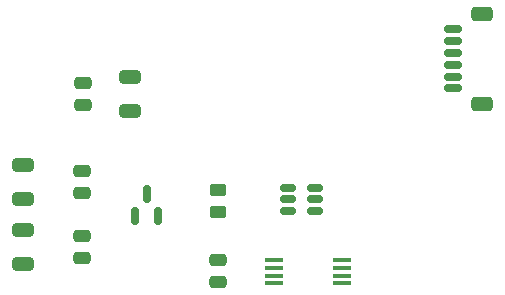
<source format=gtp>
%TF.GenerationSoftware,KiCad,Pcbnew,9.0.5*%
%TF.CreationDate,2025-11-19T14:43:04+01:00*%
%TF.ProjectId,caelum,6361656c-756d-42e6-9b69-6361645f7063,rev?*%
%TF.SameCoordinates,Original*%
%TF.FileFunction,Paste,Top*%
%TF.FilePolarity,Positive*%
%FSLAX46Y46*%
G04 Gerber Fmt 4.6, Leading zero omitted, Abs format (unit mm)*
G04 Created by KiCad (PCBNEW 9.0.5) date 2025-11-19 14:43:04*
%MOMM*%
%LPD*%
G01*
G04 APERTURE LIST*
G04 Aperture macros list*
%AMRoundRect*
0 Rectangle with rounded corners*
0 $1 Rounding radius*
0 $2 $3 $4 $5 $6 $7 $8 $9 X,Y pos of 4 corners*
0 Add a 4 corners polygon primitive as box body*
4,1,4,$2,$3,$4,$5,$6,$7,$8,$9,$2,$3,0*
0 Add four circle primitives for the rounded corners*
1,1,$1+$1,$2,$3*
1,1,$1+$1,$4,$5*
1,1,$1+$1,$6,$7*
1,1,$1+$1,$8,$9*
0 Add four rect primitives between the rounded corners*
20,1,$1+$1,$2,$3,$4,$5,0*
20,1,$1+$1,$4,$5,$6,$7,0*
20,1,$1+$1,$6,$7,$8,$9,0*
20,1,$1+$1,$8,$9,$2,$3,0*%
G04 Aperture macros list end*
%ADD10RoundRect,0.150000X-0.625000X0.150000X-0.625000X-0.150000X0.625000X-0.150000X0.625000X0.150000X0*%
%ADD11RoundRect,0.250000X-0.650000X0.350000X-0.650000X-0.350000X0.650000X-0.350000X0.650000X0.350000X0*%
%ADD12RoundRect,0.250000X-0.475000X0.250000X-0.475000X-0.250000X0.475000X-0.250000X0.475000X0.250000X0*%
%ADD13RoundRect,0.250000X-0.650000X0.325000X-0.650000X-0.325000X0.650000X-0.325000X0.650000X0.325000X0*%
%ADD14RoundRect,0.050000X-0.730000X-0.150000X0.730000X-0.150000X0.730000X0.150000X-0.730000X0.150000X0*%
%ADD15RoundRect,0.150000X0.150000X-0.587500X0.150000X0.587500X-0.150000X0.587500X-0.150000X-0.587500X0*%
%ADD16RoundRect,0.250000X-0.450000X0.262500X-0.450000X-0.262500X0.450000X-0.262500X0.450000X0.262500X0*%
%ADD17RoundRect,0.150000X0.512500X0.150000X-0.512500X0.150000X-0.512500X-0.150000X0.512500X-0.150000X0*%
G04 APERTURE END LIST*
D10*
%TO.C,J1*%
X106500000Y-38750000D03*
X106500000Y-39750000D03*
X106500000Y-40750000D03*
X106500000Y-41750000D03*
X106500000Y-42750000D03*
X106500000Y-43750000D03*
D11*
X109025000Y-37450000D03*
X109025000Y-45050000D03*
%TD*%
D12*
%TO.C,0\u002C1\u00B5F*%
X75200000Y-43275000D03*
X75200000Y-45175000D03*
%TD*%
D13*
%TO.C,1\u00B5F*%
X70100000Y-55700000D03*
X70100000Y-58650000D03*
%TD*%
D12*
%TO.C,0\u002C1\u00B5F*%
X75100000Y-56225000D03*
X75100000Y-58125000D03*
%TD*%
D13*
%TO.C,1\u00B5F*%
X79200000Y-42750000D03*
X79200000Y-45700000D03*
%TD*%
%TO.C,1\u00B5F*%
X70100000Y-50200000D03*
X70100000Y-53150000D03*
%TD*%
D12*
%TO.C,0\u002C1\u00B5F*%
X86625000Y-58250000D03*
X86625000Y-60150000D03*
%TD*%
D14*
%TO.C,Q1*%
X91340000Y-58300000D03*
X91340000Y-58950000D03*
X91340000Y-59600000D03*
X91340000Y-60250000D03*
X97100000Y-60250000D03*
X97100000Y-59600000D03*
X97100000Y-58950000D03*
X97100000Y-58300000D03*
%TD*%
D15*
%TO.C,U2*%
X79650000Y-54575000D03*
X81550000Y-54575000D03*
X80600000Y-52700000D03*
%TD*%
D16*
%TO.C,100\u03A9*%
X86600000Y-52375000D03*
X86600000Y-54200000D03*
%TD*%
D12*
%TO.C,0\u002C1\u00B5F*%
X75100000Y-50725000D03*
X75100000Y-52625000D03*
%TD*%
D17*
%TO.C,U1*%
X94875000Y-54100000D03*
X94875000Y-53150000D03*
X94875000Y-52200000D03*
X92600000Y-52200000D03*
X92600000Y-53150000D03*
X92600000Y-54100000D03*
%TD*%
M02*

</source>
